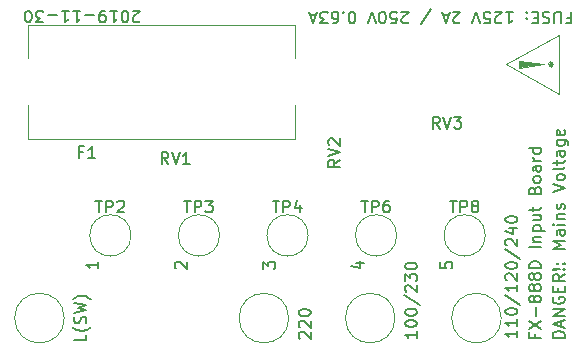
<source format=gto>
G04 #@! TF.GenerationSoftware,KiCad,Pcbnew,5.1.5-52549c5~84~ubuntu18.04.1*
G04 #@! TF.CreationDate,2020-01-16T13:38:08+00:00*
G04 #@! TF.ProjectId,012-fx888d-repair,3031322d-6678-4383-9838-642d72657061,1*
G04 #@! TF.SameCoordinates,Original*
G04 #@! TF.FileFunction,Legend,Top*
G04 #@! TF.FilePolarity,Positive*
%FSLAX46Y46*%
G04 Gerber Fmt 4.6, Leading zero omitted, Abs format (unit mm)*
G04 Created by KiCad (PCBNEW 5.1.5-52549c5~84~ubuntu18.04.1) date 2020-01-16 13:38:08*
%MOMM*%
%LPD*%
G04 APERTURE LIST*
%ADD10C,0.150000*%
%ADD11C,0.100000*%
%ADD12C,0.120000*%
G04 APERTURE END LIST*
D10*
X162477142Y-99877380D02*
X162429523Y-99925000D01*
X162334285Y-99972619D01*
X162096190Y-99972619D01*
X162000952Y-99925000D01*
X161953333Y-99877380D01*
X161905714Y-99782142D01*
X161905714Y-99686904D01*
X161953333Y-99544047D01*
X162524761Y-98972619D01*
X161905714Y-98972619D01*
X161286666Y-99972619D02*
X161191428Y-99972619D01*
X161096190Y-99925000D01*
X161048571Y-99877380D01*
X161000952Y-99782142D01*
X160953333Y-99591666D01*
X160953333Y-99353571D01*
X161000952Y-99163095D01*
X161048571Y-99067857D01*
X161096190Y-99020238D01*
X161191428Y-98972619D01*
X161286666Y-98972619D01*
X161381904Y-99020238D01*
X161429523Y-99067857D01*
X161477142Y-99163095D01*
X161524761Y-99353571D01*
X161524761Y-99591666D01*
X161477142Y-99782142D01*
X161429523Y-99877380D01*
X161381904Y-99925000D01*
X161286666Y-99972619D01*
X160000952Y-98972619D02*
X160572380Y-98972619D01*
X160286666Y-98972619D02*
X160286666Y-99972619D01*
X160381904Y-99829761D01*
X160477142Y-99734523D01*
X160572380Y-99686904D01*
X159524761Y-98972619D02*
X159334285Y-98972619D01*
X159239047Y-99020238D01*
X159191428Y-99067857D01*
X159096190Y-99210714D01*
X159048571Y-99401190D01*
X159048571Y-99782142D01*
X159096190Y-99877380D01*
X159143809Y-99925000D01*
X159239047Y-99972619D01*
X159429523Y-99972619D01*
X159524761Y-99925000D01*
X159572380Y-99877380D01*
X159620000Y-99782142D01*
X159620000Y-99544047D01*
X159572380Y-99448809D01*
X159524761Y-99401190D01*
X159429523Y-99353571D01*
X159239047Y-99353571D01*
X159143809Y-99401190D01*
X159096190Y-99448809D01*
X159048571Y-99544047D01*
X158620000Y-99353571D02*
X157858095Y-99353571D01*
X156858095Y-98972619D02*
X157429523Y-98972619D01*
X157143809Y-98972619D02*
X157143809Y-99972619D01*
X157239047Y-99829761D01*
X157334285Y-99734523D01*
X157429523Y-99686904D01*
X155905714Y-98972619D02*
X156477142Y-98972619D01*
X156191428Y-98972619D02*
X156191428Y-99972619D01*
X156286666Y-99829761D01*
X156381904Y-99734523D01*
X156477142Y-99686904D01*
X155477142Y-99353571D02*
X154715238Y-99353571D01*
X154334285Y-99972619D02*
X153715238Y-99972619D01*
X154048571Y-99591666D01*
X153905714Y-99591666D01*
X153810476Y-99544047D01*
X153762857Y-99496428D01*
X153715238Y-99401190D01*
X153715238Y-99163095D01*
X153762857Y-99067857D01*
X153810476Y-99020238D01*
X153905714Y-98972619D01*
X154191428Y-98972619D01*
X154286666Y-99020238D01*
X154334285Y-99067857D01*
X153096190Y-99972619D02*
X153000952Y-99972619D01*
X152905714Y-99925000D01*
X152858095Y-99877380D01*
X152810476Y-99782142D01*
X152762857Y-99591666D01*
X152762857Y-99353571D01*
X152810476Y-99163095D01*
X152858095Y-99067857D01*
X152905714Y-99020238D01*
X153000952Y-98972619D01*
X153096190Y-98972619D01*
X153191428Y-99020238D01*
X153239047Y-99067857D01*
X153286666Y-99163095D01*
X153334285Y-99353571D01*
X153334285Y-99591666D01*
X153286666Y-99782142D01*
X153239047Y-99877380D01*
X153191428Y-99925000D01*
X153096190Y-99972619D01*
X195928571Y-126331071D02*
X195928571Y-126664404D01*
X196452380Y-126664404D02*
X195452380Y-126664404D01*
X195452380Y-126188214D01*
X195452380Y-125902500D02*
X196452380Y-125235833D01*
X195452380Y-125235833D02*
X196452380Y-125902500D01*
X196071428Y-124854880D02*
X196071428Y-124092976D01*
X195880952Y-123473928D02*
X195833333Y-123569166D01*
X195785714Y-123616785D01*
X195690476Y-123664404D01*
X195642857Y-123664404D01*
X195547619Y-123616785D01*
X195500000Y-123569166D01*
X195452380Y-123473928D01*
X195452380Y-123283452D01*
X195500000Y-123188214D01*
X195547619Y-123140595D01*
X195642857Y-123092976D01*
X195690476Y-123092976D01*
X195785714Y-123140595D01*
X195833333Y-123188214D01*
X195880952Y-123283452D01*
X195880952Y-123473928D01*
X195928571Y-123569166D01*
X195976190Y-123616785D01*
X196071428Y-123664404D01*
X196261904Y-123664404D01*
X196357142Y-123616785D01*
X196404761Y-123569166D01*
X196452380Y-123473928D01*
X196452380Y-123283452D01*
X196404761Y-123188214D01*
X196357142Y-123140595D01*
X196261904Y-123092976D01*
X196071428Y-123092976D01*
X195976190Y-123140595D01*
X195928571Y-123188214D01*
X195880952Y-123283452D01*
X195880952Y-122521547D02*
X195833333Y-122616785D01*
X195785714Y-122664404D01*
X195690476Y-122712023D01*
X195642857Y-122712023D01*
X195547619Y-122664404D01*
X195500000Y-122616785D01*
X195452380Y-122521547D01*
X195452380Y-122331071D01*
X195500000Y-122235833D01*
X195547619Y-122188214D01*
X195642857Y-122140595D01*
X195690476Y-122140595D01*
X195785714Y-122188214D01*
X195833333Y-122235833D01*
X195880952Y-122331071D01*
X195880952Y-122521547D01*
X195928571Y-122616785D01*
X195976190Y-122664404D01*
X196071428Y-122712023D01*
X196261904Y-122712023D01*
X196357142Y-122664404D01*
X196404761Y-122616785D01*
X196452380Y-122521547D01*
X196452380Y-122331071D01*
X196404761Y-122235833D01*
X196357142Y-122188214D01*
X196261904Y-122140595D01*
X196071428Y-122140595D01*
X195976190Y-122188214D01*
X195928571Y-122235833D01*
X195880952Y-122331071D01*
X195880952Y-121569166D02*
X195833333Y-121664404D01*
X195785714Y-121712023D01*
X195690476Y-121759642D01*
X195642857Y-121759642D01*
X195547619Y-121712023D01*
X195500000Y-121664404D01*
X195452380Y-121569166D01*
X195452380Y-121378690D01*
X195500000Y-121283452D01*
X195547619Y-121235833D01*
X195642857Y-121188214D01*
X195690476Y-121188214D01*
X195785714Y-121235833D01*
X195833333Y-121283452D01*
X195880952Y-121378690D01*
X195880952Y-121569166D01*
X195928571Y-121664404D01*
X195976190Y-121712023D01*
X196071428Y-121759642D01*
X196261904Y-121759642D01*
X196357142Y-121712023D01*
X196404761Y-121664404D01*
X196452380Y-121569166D01*
X196452380Y-121378690D01*
X196404761Y-121283452D01*
X196357142Y-121235833D01*
X196261904Y-121188214D01*
X196071428Y-121188214D01*
X195976190Y-121235833D01*
X195928571Y-121283452D01*
X195880952Y-121378690D01*
X196452380Y-120759642D02*
X195452380Y-120759642D01*
X195452380Y-120521547D01*
X195500000Y-120378690D01*
X195595238Y-120283452D01*
X195690476Y-120235833D01*
X195880952Y-120188214D01*
X196023809Y-120188214D01*
X196214285Y-120235833D01*
X196309523Y-120283452D01*
X196404761Y-120378690D01*
X196452380Y-120521547D01*
X196452380Y-120759642D01*
X196452380Y-118997738D02*
X195452380Y-118997738D01*
X195785714Y-118521547D02*
X196452380Y-118521547D01*
X195880952Y-118521547D02*
X195833333Y-118473928D01*
X195785714Y-118378690D01*
X195785714Y-118235833D01*
X195833333Y-118140595D01*
X195928571Y-118092976D01*
X196452380Y-118092976D01*
X195785714Y-117616785D02*
X196785714Y-117616785D01*
X195833333Y-117616785D02*
X195785714Y-117521547D01*
X195785714Y-117331071D01*
X195833333Y-117235833D01*
X195880952Y-117188214D01*
X195976190Y-117140595D01*
X196261904Y-117140595D01*
X196357142Y-117188214D01*
X196404761Y-117235833D01*
X196452380Y-117331071D01*
X196452380Y-117521547D01*
X196404761Y-117616785D01*
X195785714Y-116283452D02*
X196452380Y-116283452D01*
X195785714Y-116712023D02*
X196309523Y-116712023D01*
X196404761Y-116664404D01*
X196452380Y-116569166D01*
X196452380Y-116426309D01*
X196404761Y-116331071D01*
X196357142Y-116283452D01*
X195785714Y-115950119D02*
X195785714Y-115569166D01*
X195452380Y-115807261D02*
X196309523Y-115807261D01*
X196404761Y-115759642D01*
X196452380Y-115664404D01*
X196452380Y-115569166D01*
X195928571Y-114140595D02*
X195976190Y-113997738D01*
X196023809Y-113950119D01*
X196119047Y-113902500D01*
X196261904Y-113902500D01*
X196357142Y-113950119D01*
X196404761Y-113997738D01*
X196452380Y-114092976D01*
X196452380Y-114473928D01*
X195452380Y-114473928D01*
X195452380Y-114140595D01*
X195500000Y-114045357D01*
X195547619Y-113997738D01*
X195642857Y-113950119D01*
X195738095Y-113950119D01*
X195833333Y-113997738D01*
X195880952Y-114045357D01*
X195928571Y-114140595D01*
X195928571Y-114473928D01*
X196452380Y-113331071D02*
X196404761Y-113426309D01*
X196357142Y-113473928D01*
X196261904Y-113521547D01*
X195976190Y-113521547D01*
X195880952Y-113473928D01*
X195833333Y-113426309D01*
X195785714Y-113331071D01*
X195785714Y-113188214D01*
X195833333Y-113092976D01*
X195880952Y-113045357D01*
X195976190Y-112997738D01*
X196261904Y-112997738D01*
X196357142Y-113045357D01*
X196404761Y-113092976D01*
X196452380Y-113188214D01*
X196452380Y-113331071D01*
X196452380Y-112140595D02*
X195928571Y-112140595D01*
X195833333Y-112188214D01*
X195785714Y-112283452D01*
X195785714Y-112473928D01*
X195833333Y-112569166D01*
X196404761Y-112140595D02*
X196452380Y-112235833D01*
X196452380Y-112473928D01*
X196404761Y-112569166D01*
X196309523Y-112616785D01*
X196214285Y-112616785D01*
X196119047Y-112569166D01*
X196071428Y-112473928D01*
X196071428Y-112235833D01*
X196023809Y-112140595D01*
X196452380Y-111664404D02*
X195785714Y-111664404D01*
X195976190Y-111664404D02*
X195880952Y-111616785D01*
X195833333Y-111569166D01*
X195785714Y-111473928D01*
X195785714Y-111378690D01*
X196452380Y-110616785D02*
X195452380Y-110616785D01*
X196404761Y-110616785D02*
X196452380Y-110712023D01*
X196452380Y-110902500D01*
X196404761Y-110997738D01*
X196357142Y-111045357D01*
X196261904Y-111092976D01*
X195976190Y-111092976D01*
X195880952Y-111045357D01*
X195833333Y-110997738D01*
X195785714Y-110902500D01*
X195785714Y-110712023D01*
X195833333Y-110616785D01*
D11*
G36*
X197500000Y-103500000D02*
G01*
X197300000Y-103700000D01*
X197100000Y-103500000D01*
X197300000Y-103300000D01*
X197500000Y-103500000D01*
G37*
X197500000Y-103500000D02*
X197300000Y-103700000D01*
X197100000Y-103500000D01*
X197300000Y-103300000D01*
X197500000Y-103500000D01*
G36*
X196700000Y-103500000D02*
G01*
X194600000Y-103800000D01*
X194600000Y-103200000D01*
X196700000Y-103500000D01*
G37*
X196700000Y-103500000D02*
X194600000Y-103800000D01*
X194600000Y-103200000D01*
X196700000Y-103500000D01*
D12*
X194600000Y-103200000D02*
X196700000Y-103500000D01*
X194600000Y-103800000D02*
X194600000Y-103200000D01*
X196700000Y-103500000D02*
X194600000Y-103800000D01*
X197500000Y-103500000D02*
G75*
G03X197500000Y-103500000I-200000J0D01*
G01*
X193500000Y-103500000D02*
X198000000Y-106000000D01*
X198000000Y-101000000D02*
X193500000Y-103500000D01*
X198000000Y-106000000D02*
X198000000Y-101000000D01*
D10*
X198452380Y-126664404D02*
X197452380Y-126664404D01*
X197452380Y-126426309D01*
X197500000Y-126283452D01*
X197595238Y-126188214D01*
X197690476Y-126140595D01*
X197880952Y-126092976D01*
X198023809Y-126092976D01*
X198214285Y-126140595D01*
X198309523Y-126188214D01*
X198404761Y-126283452D01*
X198452380Y-126426309D01*
X198452380Y-126664404D01*
X198166666Y-125712023D02*
X198166666Y-125235833D01*
X198452380Y-125807261D02*
X197452380Y-125473928D01*
X198452380Y-125140595D01*
X198452380Y-124807261D02*
X197452380Y-124807261D01*
X198452380Y-124235833D01*
X197452380Y-124235833D01*
X197500000Y-123235833D02*
X197452380Y-123331071D01*
X197452380Y-123473928D01*
X197500000Y-123616785D01*
X197595238Y-123712023D01*
X197690476Y-123759642D01*
X197880952Y-123807261D01*
X198023809Y-123807261D01*
X198214285Y-123759642D01*
X198309523Y-123712023D01*
X198404761Y-123616785D01*
X198452380Y-123473928D01*
X198452380Y-123378690D01*
X198404761Y-123235833D01*
X198357142Y-123188214D01*
X198023809Y-123188214D01*
X198023809Y-123378690D01*
X197928571Y-122759642D02*
X197928571Y-122426309D01*
X198452380Y-122283452D02*
X198452380Y-122759642D01*
X197452380Y-122759642D01*
X197452380Y-122283452D01*
X198452380Y-121283452D02*
X197976190Y-121616785D01*
X198452380Y-121854880D02*
X197452380Y-121854880D01*
X197452380Y-121473928D01*
X197500000Y-121378690D01*
X197547619Y-121331071D01*
X197642857Y-121283452D01*
X197785714Y-121283452D01*
X197880952Y-121331071D01*
X197928571Y-121378690D01*
X197976190Y-121473928D01*
X197976190Y-121854880D01*
X198357142Y-120854880D02*
X198404761Y-120807261D01*
X198452380Y-120854880D01*
X198404761Y-120902500D01*
X198357142Y-120854880D01*
X198452380Y-120854880D01*
X198071428Y-120854880D02*
X197500000Y-120902500D01*
X197452380Y-120854880D01*
X197500000Y-120807261D01*
X198071428Y-120854880D01*
X197452380Y-120854880D01*
X198357142Y-120378690D02*
X198404761Y-120331071D01*
X198452380Y-120378690D01*
X198404761Y-120426309D01*
X198357142Y-120378690D01*
X198452380Y-120378690D01*
X197833333Y-120378690D02*
X197880952Y-120331071D01*
X197928571Y-120378690D01*
X197880952Y-120426309D01*
X197833333Y-120378690D01*
X197928571Y-120378690D01*
X198452380Y-119140595D02*
X197452380Y-119140595D01*
X198166666Y-118807261D01*
X197452380Y-118473928D01*
X198452380Y-118473928D01*
X198452380Y-117569166D02*
X197928571Y-117569166D01*
X197833333Y-117616785D01*
X197785714Y-117712023D01*
X197785714Y-117902500D01*
X197833333Y-117997738D01*
X198404761Y-117569166D02*
X198452380Y-117664404D01*
X198452380Y-117902500D01*
X198404761Y-117997738D01*
X198309523Y-118045357D01*
X198214285Y-118045357D01*
X198119047Y-117997738D01*
X198071428Y-117902500D01*
X198071428Y-117664404D01*
X198023809Y-117569166D01*
X198452380Y-117092976D02*
X197785714Y-117092976D01*
X197452380Y-117092976D02*
X197500000Y-117140595D01*
X197547619Y-117092976D01*
X197500000Y-117045357D01*
X197452380Y-117092976D01*
X197547619Y-117092976D01*
X197785714Y-116616785D02*
X198452380Y-116616785D01*
X197880952Y-116616785D02*
X197833333Y-116569166D01*
X197785714Y-116473928D01*
X197785714Y-116331071D01*
X197833333Y-116235833D01*
X197928571Y-116188214D01*
X198452380Y-116188214D01*
X198404761Y-115759642D02*
X198452380Y-115664404D01*
X198452380Y-115473928D01*
X198404761Y-115378690D01*
X198309523Y-115331071D01*
X198261904Y-115331071D01*
X198166666Y-115378690D01*
X198119047Y-115473928D01*
X198119047Y-115616785D01*
X198071428Y-115712023D01*
X197976190Y-115759642D01*
X197928571Y-115759642D01*
X197833333Y-115712023D01*
X197785714Y-115616785D01*
X197785714Y-115473928D01*
X197833333Y-115378690D01*
X197452380Y-114283452D02*
X198452380Y-113950119D01*
X197452380Y-113616785D01*
X198452380Y-113140595D02*
X198404761Y-113235833D01*
X198357142Y-113283452D01*
X198261904Y-113331071D01*
X197976190Y-113331071D01*
X197880952Y-113283452D01*
X197833333Y-113235833D01*
X197785714Y-113140595D01*
X197785714Y-112997738D01*
X197833333Y-112902500D01*
X197880952Y-112854880D01*
X197976190Y-112807261D01*
X198261904Y-112807261D01*
X198357142Y-112854880D01*
X198404761Y-112902500D01*
X198452380Y-112997738D01*
X198452380Y-113140595D01*
X198452380Y-112235833D02*
X198404761Y-112331071D01*
X198309523Y-112378690D01*
X197452380Y-112378690D01*
X197785714Y-111997738D02*
X197785714Y-111616785D01*
X197452380Y-111854880D02*
X198309523Y-111854880D01*
X198404761Y-111807261D01*
X198452380Y-111712023D01*
X198452380Y-111616785D01*
X198452380Y-110854880D02*
X197928571Y-110854880D01*
X197833333Y-110902500D01*
X197785714Y-110997738D01*
X197785714Y-111188214D01*
X197833333Y-111283452D01*
X198404761Y-110854880D02*
X198452380Y-110950119D01*
X198452380Y-111188214D01*
X198404761Y-111283452D01*
X198309523Y-111331071D01*
X198214285Y-111331071D01*
X198119047Y-111283452D01*
X198071428Y-111188214D01*
X198071428Y-110950119D01*
X198023809Y-110854880D01*
X197785714Y-109950119D02*
X198595238Y-109950119D01*
X198690476Y-109997738D01*
X198738095Y-110045357D01*
X198785714Y-110140595D01*
X198785714Y-110283452D01*
X198738095Y-110378690D01*
X198404761Y-109950119D02*
X198452380Y-110045357D01*
X198452380Y-110235833D01*
X198404761Y-110331071D01*
X198357142Y-110378690D01*
X198261904Y-110426309D01*
X197976190Y-110426309D01*
X197880952Y-110378690D01*
X197833333Y-110331071D01*
X197785714Y-110235833D01*
X197785714Y-110045357D01*
X197833333Y-109950119D01*
X198404761Y-109092976D02*
X198452380Y-109188214D01*
X198452380Y-109378690D01*
X198404761Y-109473928D01*
X198309523Y-109521547D01*
X197928571Y-109521547D01*
X197833333Y-109473928D01*
X197785714Y-109378690D01*
X197785714Y-109188214D01*
X197833333Y-109092976D01*
X197928571Y-109045357D01*
X198023809Y-109045357D01*
X198119047Y-109521547D01*
X198690476Y-99571428D02*
X199023809Y-99571428D01*
X199023809Y-99047619D02*
X199023809Y-100047619D01*
X198547619Y-100047619D01*
X198166666Y-100047619D02*
X198166666Y-99238095D01*
X198119047Y-99142857D01*
X198071428Y-99095238D01*
X197976190Y-99047619D01*
X197785714Y-99047619D01*
X197690476Y-99095238D01*
X197642857Y-99142857D01*
X197595238Y-99238095D01*
X197595238Y-100047619D01*
X197166666Y-99095238D02*
X197023809Y-99047619D01*
X196785714Y-99047619D01*
X196690476Y-99095238D01*
X196642857Y-99142857D01*
X196595238Y-99238095D01*
X196595238Y-99333333D01*
X196642857Y-99428571D01*
X196690476Y-99476190D01*
X196785714Y-99523809D01*
X196976190Y-99571428D01*
X197071428Y-99619047D01*
X197119047Y-99666666D01*
X197166666Y-99761904D01*
X197166666Y-99857142D01*
X197119047Y-99952380D01*
X197071428Y-100000000D01*
X196976190Y-100047619D01*
X196738095Y-100047619D01*
X196595238Y-100000000D01*
X196166666Y-99571428D02*
X195833333Y-99571428D01*
X195690476Y-99047619D02*
X196166666Y-99047619D01*
X196166666Y-100047619D01*
X195690476Y-100047619D01*
X195261904Y-99142857D02*
X195214285Y-99095238D01*
X195261904Y-99047619D01*
X195309523Y-99095238D01*
X195261904Y-99142857D01*
X195261904Y-99047619D01*
X195261904Y-99666666D02*
X195214285Y-99619047D01*
X195261904Y-99571428D01*
X195309523Y-99619047D01*
X195261904Y-99666666D01*
X195261904Y-99571428D01*
X193500000Y-99047619D02*
X194071428Y-99047619D01*
X193785714Y-99047619D02*
X193785714Y-100047619D01*
X193880952Y-99904761D01*
X193976190Y-99809523D01*
X194071428Y-99761904D01*
X193119047Y-99952380D02*
X193071428Y-100000000D01*
X192976190Y-100047619D01*
X192738095Y-100047619D01*
X192642857Y-100000000D01*
X192595238Y-99952380D01*
X192547619Y-99857142D01*
X192547619Y-99761904D01*
X192595238Y-99619047D01*
X193166666Y-99047619D01*
X192547619Y-99047619D01*
X191642857Y-100047619D02*
X192119047Y-100047619D01*
X192166666Y-99571428D01*
X192119047Y-99619047D01*
X192023809Y-99666666D01*
X191785714Y-99666666D01*
X191690476Y-99619047D01*
X191642857Y-99571428D01*
X191595238Y-99476190D01*
X191595238Y-99238095D01*
X191642857Y-99142857D01*
X191690476Y-99095238D01*
X191785714Y-99047619D01*
X192023809Y-99047619D01*
X192119047Y-99095238D01*
X192166666Y-99142857D01*
X191309523Y-100047619D02*
X190976190Y-99047619D01*
X190642857Y-100047619D01*
X189595238Y-99952380D02*
X189547619Y-100000000D01*
X189452380Y-100047619D01*
X189214285Y-100047619D01*
X189119047Y-100000000D01*
X189071428Y-99952380D01*
X189023809Y-99857142D01*
X189023809Y-99761904D01*
X189071428Y-99619047D01*
X189642857Y-99047619D01*
X189023809Y-99047619D01*
X188642857Y-99333333D02*
X188166666Y-99333333D01*
X188738095Y-99047619D02*
X188404761Y-100047619D01*
X188071428Y-99047619D01*
X186261904Y-100095238D02*
X187119047Y-98809523D01*
X185214285Y-99952380D02*
X185166666Y-100000000D01*
X185071428Y-100047619D01*
X184833333Y-100047619D01*
X184738095Y-100000000D01*
X184690476Y-99952380D01*
X184642857Y-99857142D01*
X184642857Y-99761904D01*
X184690476Y-99619047D01*
X185261904Y-99047619D01*
X184642857Y-99047619D01*
X183738095Y-100047619D02*
X184214285Y-100047619D01*
X184261904Y-99571428D01*
X184214285Y-99619047D01*
X184119047Y-99666666D01*
X183880952Y-99666666D01*
X183785714Y-99619047D01*
X183738095Y-99571428D01*
X183690476Y-99476190D01*
X183690476Y-99238095D01*
X183738095Y-99142857D01*
X183785714Y-99095238D01*
X183880952Y-99047619D01*
X184119047Y-99047619D01*
X184214285Y-99095238D01*
X184261904Y-99142857D01*
X183071428Y-100047619D02*
X182976190Y-100047619D01*
X182880952Y-100000000D01*
X182833333Y-99952380D01*
X182785714Y-99857142D01*
X182738095Y-99666666D01*
X182738095Y-99428571D01*
X182785714Y-99238095D01*
X182833333Y-99142857D01*
X182880952Y-99095238D01*
X182976190Y-99047619D01*
X183071428Y-99047619D01*
X183166666Y-99095238D01*
X183214285Y-99142857D01*
X183261904Y-99238095D01*
X183309523Y-99428571D01*
X183309523Y-99666666D01*
X183261904Y-99857142D01*
X183214285Y-99952380D01*
X183166666Y-100000000D01*
X183071428Y-100047619D01*
X182452380Y-100047619D02*
X182119047Y-99047619D01*
X181785714Y-100047619D01*
X180500000Y-100047619D02*
X180404761Y-100047619D01*
X180309523Y-100000000D01*
X180261904Y-99952380D01*
X180214285Y-99857142D01*
X180166666Y-99666666D01*
X180166666Y-99428571D01*
X180214285Y-99238095D01*
X180261904Y-99142857D01*
X180309523Y-99095238D01*
X180404761Y-99047619D01*
X180500000Y-99047619D01*
X180595238Y-99095238D01*
X180642857Y-99142857D01*
X180690476Y-99238095D01*
X180738095Y-99428571D01*
X180738095Y-99666666D01*
X180690476Y-99857142D01*
X180642857Y-99952380D01*
X180595238Y-100000000D01*
X180500000Y-100047619D01*
X179738095Y-99142857D02*
X179690476Y-99095238D01*
X179738095Y-99047619D01*
X179785714Y-99095238D01*
X179738095Y-99142857D01*
X179738095Y-99047619D01*
X178833333Y-100047619D02*
X179023809Y-100047619D01*
X179119047Y-100000000D01*
X179166666Y-99952380D01*
X179261904Y-99809523D01*
X179309523Y-99619047D01*
X179309523Y-99238095D01*
X179261904Y-99142857D01*
X179214285Y-99095238D01*
X179119047Y-99047619D01*
X178928571Y-99047619D01*
X178833333Y-99095238D01*
X178785714Y-99142857D01*
X178738095Y-99238095D01*
X178738095Y-99476190D01*
X178785714Y-99571428D01*
X178833333Y-99619047D01*
X178928571Y-99666666D01*
X179119047Y-99666666D01*
X179214285Y-99619047D01*
X179261904Y-99571428D01*
X179309523Y-99476190D01*
X178404761Y-100047619D02*
X177785714Y-100047619D01*
X178119047Y-99666666D01*
X177976190Y-99666666D01*
X177880952Y-99619047D01*
X177833333Y-99571428D01*
X177785714Y-99476190D01*
X177785714Y-99238095D01*
X177833333Y-99142857D01*
X177880952Y-99095238D01*
X177976190Y-99047619D01*
X178261904Y-99047619D01*
X178357142Y-99095238D01*
X178404761Y-99142857D01*
X177404761Y-99333333D02*
X176928571Y-99333333D01*
X177500000Y-99047619D02*
X177166666Y-100047619D01*
X176833333Y-99047619D01*
X187952380Y-120261904D02*
X187952380Y-120738095D01*
X188428571Y-120785714D01*
X188380952Y-120738095D01*
X188333333Y-120642857D01*
X188333333Y-120404761D01*
X188380952Y-120309523D01*
X188428571Y-120261904D01*
X188523809Y-120214285D01*
X188761904Y-120214285D01*
X188857142Y-120261904D01*
X188904761Y-120309523D01*
X188952380Y-120404761D01*
X188952380Y-120642857D01*
X188904761Y-120738095D01*
X188857142Y-120785714D01*
X180785714Y-120309523D02*
X181452380Y-120309523D01*
X180404761Y-120547619D02*
X181119047Y-120785714D01*
X181119047Y-120166666D01*
X172952380Y-120833333D02*
X172952380Y-120214285D01*
X173333333Y-120547619D01*
X173333333Y-120404761D01*
X173380952Y-120309523D01*
X173428571Y-120261904D01*
X173523809Y-120214285D01*
X173761904Y-120214285D01*
X173857142Y-120261904D01*
X173904761Y-120309523D01*
X173952380Y-120404761D01*
X173952380Y-120690476D01*
X173904761Y-120785714D01*
X173857142Y-120833333D01*
X165547619Y-120785714D02*
X165500000Y-120738095D01*
X165452380Y-120642857D01*
X165452380Y-120404761D01*
X165500000Y-120309523D01*
X165547619Y-120261904D01*
X165642857Y-120214285D01*
X165738095Y-120214285D01*
X165880952Y-120261904D01*
X166452380Y-120833333D01*
X166452380Y-120214285D01*
X158952380Y-120214285D02*
X158952380Y-120785714D01*
X158952380Y-120500000D02*
X157952380Y-120500000D01*
X158095238Y-120595238D01*
X158190476Y-120690476D01*
X158238095Y-120785714D01*
X157952380Y-126404761D02*
X157952380Y-126880952D01*
X156952380Y-126880952D01*
X158333333Y-125785714D02*
X158285714Y-125833333D01*
X158142857Y-125928571D01*
X158047619Y-125976190D01*
X157904761Y-126023809D01*
X157666666Y-126071428D01*
X157476190Y-126071428D01*
X157238095Y-126023809D01*
X157095238Y-125976190D01*
X157000000Y-125928571D01*
X156857142Y-125833333D01*
X156809523Y-125785714D01*
X157904761Y-125452380D02*
X157952380Y-125309523D01*
X157952380Y-125071428D01*
X157904761Y-124976190D01*
X157857142Y-124928571D01*
X157761904Y-124880952D01*
X157666666Y-124880952D01*
X157571428Y-124928571D01*
X157523809Y-124976190D01*
X157476190Y-125071428D01*
X157428571Y-125261904D01*
X157380952Y-125357142D01*
X157333333Y-125404761D01*
X157238095Y-125452380D01*
X157142857Y-125452380D01*
X157047619Y-125404761D01*
X157000000Y-125357142D01*
X156952380Y-125261904D01*
X156952380Y-125023809D01*
X157000000Y-124880952D01*
X156952380Y-124547619D02*
X157952380Y-124309523D01*
X157238095Y-124119047D01*
X157952380Y-123928571D01*
X156952380Y-123690476D01*
X158333333Y-123404761D02*
X158285714Y-123357142D01*
X158142857Y-123261904D01*
X158047619Y-123214285D01*
X157904761Y-123166666D01*
X157666666Y-123119047D01*
X157476190Y-123119047D01*
X157238095Y-123166666D01*
X157095238Y-123214285D01*
X157000000Y-123261904D01*
X156857142Y-123357142D01*
X156809523Y-123404761D01*
X176047619Y-126738095D02*
X176000000Y-126690476D01*
X175952380Y-126595238D01*
X175952380Y-126357142D01*
X176000000Y-126261904D01*
X176047619Y-126214285D01*
X176142857Y-126166666D01*
X176238095Y-126166666D01*
X176380952Y-126214285D01*
X176952380Y-126785714D01*
X176952380Y-126166666D01*
X176047619Y-125785714D02*
X176000000Y-125738095D01*
X175952380Y-125642857D01*
X175952380Y-125404761D01*
X176000000Y-125309523D01*
X176047619Y-125261904D01*
X176142857Y-125214285D01*
X176238095Y-125214285D01*
X176380952Y-125261904D01*
X176952380Y-125833333D01*
X176952380Y-125214285D01*
X175952380Y-124595238D02*
X175952380Y-124500000D01*
X176000000Y-124404761D01*
X176047619Y-124357142D01*
X176142857Y-124309523D01*
X176333333Y-124261904D01*
X176571428Y-124261904D01*
X176761904Y-124309523D01*
X176857142Y-124357142D01*
X176904761Y-124404761D01*
X176952380Y-124500000D01*
X176952380Y-124595238D01*
X176904761Y-124690476D01*
X176857142Y-124738095D01*
X176761904Y-124785714D01*
X176571428Y-124833333D01*
X176333333Y-124833333D01*
X176142857Y-124785714D01*
X176047619Y-124738095D01*
X176000000Y-124690476D01*
X175952380Y-124595238D01*
X185952380Y-126119047D02*
X185952380Y-126690476D01*
X185952380Y-126404761D02*
X184952380Y-126404761D01*
X185095238Y-126500000D01*
X185190476Y-126595238D01*
X185238095Y-126690476D01*
X184952380Y-125500000D02*
X184952380Y-125404761D01*
X185000000Y-125309523D01*
X185047619Y-125261904D01*
X185142857Y-125214285D01*
X185333333Y-125166666D01*
X185571428Y-125166666D01*
X185761904Y-125214285D01*
X185857142Y-125261904D01*
X185904761Y-125309523D01*
X185952380Y-125404761D01*
X185952380Y-125500000D01*
X185904761Y-125595238D01*
X185857142Y-125642857D01*
X185761904Y-125690476D01*
X185571428Y-125738095D01*
X185333333Y-125738095D01*
X185142857Y-125690476D01*
X185047619Y-125642857D01*
X185000000Y-125595238D01*
X184952380Y-125500000D01*
X184952380Y-124547619D02*
X184952380Y-124452380D01*
X185000000Y-124357142D01*
X185047619Y-124309523D01*
X185142857Y-124261904D01*
X185333333Y-124214285D01*
X185571428Y-124214285D01*
X185761904Y-124261904D01*
X185857142Y-124309523D01*
X185904761Y-124357142D01*
X185952380Y-124452380D01*
X185952380Y-124547619D01*
X185904761Y-124642857D01*
X185857142Y-124690476D01*
X185761904Y-124738095D01*
X185571428Y-124785714D01*
X185333333Y-124785714D01*
X185142857Y-124738095D01*
X185047619Y-124690476D01*
X185000000Y-124642857D01*
X184952380Y-124547619D01*
X184904761Y-123071428D02*
X186190476Y-123928571D01*
X185047619Y-122785714D02*
X185000000Y-122738095D01*
X184952380Y-122642857D01*
X184952380Y-122404761D01*
X185000000Y-122309523D01*
X185047619Y-122261904D01*
X185142857Y-122214285D01*
X185238095Y-122214285D01*
X185380952Y-122261904D01*
X185952380Y-122833333D01*
X185952380Y-122214285D01*
X184952380Y-121880952D02*
X184952380Y-121261904D01*
X185333333Y-121595238D01*
X185333333Y-121452380D01*
X185380952Y-121357142D01*
X185428571Y-121309523D01*
X185523809Y-121261904D01*
X185761904Y-121261904D01*
X185857142Y-121309523D01*
X185904761Y-121357142D01*
X185952380Y-121452380D01*
X185952380Y-121738095D01*
X185904761Y-121833333D01*
X185857142Y-121880952D01*
X184952380Y-120642857D02*
X184952380Y-120547619D01*
X185000000Y-120452380D01*
X185047619Y-120404761D01*
X185142857Y-120357142D01*
X185333333Y-120309523D01*
X185571428Y-120309523D01*
X185761904Y-120357142D01*
X185857142Y-120404761D01*
X185904761Y-120452380D01*
X185952380Y-120547619D01*
X185952380Y-120642857D01*
X185904761Y-120738095D01*
X185857142Y-120785714D01*
X185761904Y-120833333D01*
X185571428Y-120880952D01*
X185333333Y-120880952D01*
X185142857Y-120833333D01*
X185047619Y-120785714D01*
X185000000Y-120738095D01*
X184952380Y-120642857D01*
X194452380Y-126071428D02*
X194452380Y-126642857D01*
X194452380Y-126357142D02*
X193452380Y-126357142D01*
X193595238Y-126452380D01*
X193690476Y-126547619D01*
X193738095Y-126642857D01*
X194452380Y-125119047D02*
X194452380Y-125690476D01*
X194452380Y-125404761D02*
X193452380Y-125404761D01*
X193595238Y-125500000D01*
X193690476Y-125595238D01*
X193738095Y-125690476D01*
X193452380Y-124500000D02*
X193452380Y-124404761D01*
X193500000Y-124309523D01*
X193547619Y-124261904D01*
X193642857Y-124214285D01*
X193833333Y-124166666D01*
X194071428Y-124166666D01*
X194261904Y-124214285D01*
X194357142Y-124261904D01*
X194404761Y-124309523D01*
X194452380Y-124404761D01*
X194452380Y-124500000D01*
X194404761Y-124595238D01*
X194357142Y-124642857D01*
X194261904Y-124690476D01*
X194071428Y-124738095D01*
X193833333Y-124738095D01*
X193642857Y-124690476D01*
X193547619Y-124642857D01*
X193500000Y-124595238D01*
X193452380Y-124500000D01*
X193404761Y-123023809D02*
X194690476Y-123880952D01*
X194452380Y-122166666D02*
X194452380Y-122738095D01*
X194452380Y-122452380D02*
X193452380Y-122452380D01*
X193595238Y-122547619D01*
X193690476Y-122642857D01*
X193738095Y-122738095D01*
X193547619Y-121785714D02*
X193500000Y-121738095D01*
X193452380Y-121642857D01*
X193452380Y-121404761D01*
X193500000Y-121309523D01*
X193547619Y-121261904D01*
X193642857Y-121214285D01*
X193738095Y-121214285D01*
X193880952Y-121261904D01*
X194452380Y-121833333D01*
X194452380Y-121214285D01*
X193452380Y-120595238D02*
X193452380Y-120500000D01*
X193500000Y-120404761D01*
X193547619Y-120357142D01*
X193642857Y-120309523D01*
X193833333Y-120261904D01*
X194071428Y-120261904D01*
X194261904Y-120309523D01*
X194357142Y-120357142D01*
X194404761Y-120404761D01*
X194452380Y-120500000D01*
X194452380Y-120595238D01*
X194404761Y-120690476D01*
X194357142Y-120738095D01*
X194261904Y-120785714D01*
X194071428Y-120833333D01*
X193833333Y-120833333D01*
X193642857Y-120785714D01*
X193547619Y-120738095D01*
X193500000Y-120690476D01*
X193452380Y-120595238D01*
X193404761Y-119119047D02*
X194690476Y-119976190D01*
X193547619Y-118833333D02*
X193500000Y-118785714D01*
X193452380Y-118690476D01*
X193452380Y-118452380D01*
X193500000Y-118357142D01*
X193547619Y-118309523D01*
X193642857Y-118261904D01*
X193738095Y-118261904D01*
X193880952Y-118309523D01*
X194452380Y-118880952D01*
X194452380Y-118261904D01*
X193785714Y-117404761D02*
X194452380Y-117404761D01*
X193404761Y-117642857D02*
X194119047Y-117880952D01*
X194119047Y-117261904D01*
X193452380Y-116690476D02*
X193452380Y-116595238D01*
X193500000Y-116500000D01*
X193547619Y-116452380D01*
X193642857Y-116404761D01*
X193833333Y-116357142D01*
X194071428Y-116357142D01*
X194261904Y-116404761D01*
X194357142Y-116452380D01*
X194404761Y-116500000D01*
X194452380Y-116595238D01*
X194452380Y-116690476D01*
X194404761Y-116785714D01*
X194357142Y-116833333D01*
X194261904Y-116880952D01*
X194071428Y-116928571D01*
X193833333Y-116928571D01*
X193642857Y-116880952D01*
X193547619Y-116833333D01*
X193500000Y-116785714D01*
X193452380Y-116690476D01*
D12*
X156100000Y-125000000D02*
G75*
G03X156100000Y-125000000I-2100000J0D01*
G01*
X175100000Y-125000000D02*
G75*
G03X175100000Y-125000000I-2100000J0D01*
G01*
X184100000Y-125000000D02*
G75*
G03X184100000Y-125000000I-2100000J0D01*
G01*
X193100000Y-125000000D02*
G75*
G03X193100000Y-125000000I-2100000J0D01*
G01*
X175600000Y-100200000D02*
X175600000Y-103000000D01*
X175600000Y-100200000D02*
X153000000Y-100200000D01*
X175600000Y-109800000D02*
X153000000Y-109800000D01*
X175600000Y-107000000D02*
X175600000Y-109800000D01*
X153000000Y-107000000D02*
X153000000Y-109800000D01*
X153000000Y-100200000D02*
X153000000Y-103000000D01*
X161750000Y-118000000D02*
G75*
G03X161750000Y-118000000I-1750000J0D01*
G01*
X169250000Y-118000000D02*
G75*
G03X169250000Y-118000000I-1750000J0D01*
G01*
X176750000Y-118000000D02*
G75*
G03X176750000Y-118000000I-1750000J0D01*
G01*
X184250000Y-118000000D02*
G75*
G03X184250000Y-118000000I-1750000J0D01*
G01*
X191750000Y-118000000D02*
G75*
G03X191750000Y-118000000I-1750000J0D01*
G01*
D10*
X179452380Y-111595238D02*
X178976190Y-111928571D01*
X179452380Y-112166666D02*
X178452380Y-112166666D01*
X178452380Y-111785714D01*
X178500000Y-111690476D01*
X178547619Y-111642857D01*
X178642857Y-111595238D01*
X178785714Y-111595238D01*
X178880952Y-111642857D01*
X178928571Y-111690476D01*
X178976190Y-111785714D01*
X178976190Y-112166666D01*
X178452380Y-111309523D02*
X179452380Y-110976190D01*
X178452380Y-110642857D01*
X178547619Y-110357142D02*
X178500000Y-110309523D01*
X178452380Y-110214285D01*
X178452380Y-109976190D01*
X178500000Y-109880952D01*
X178547619Y-109833333D01*
X178642857Y-109785714D01*
X178738095Y-109785714D01*
X178880952Y-109833333D01*
X179452380Y-110404761D01*
X179452380Y-109785714D01*
X187904761Y-108952380D02*
X187571428Y-108476190D01*
X187333333Y-108952380D02*
X187333333Y-107952380D01*
X187714285Y-107952380D01*
X187809523Y-108000000D01*
X187857142Y-108047619D01*
X187904761Y-108142857D01*
X187904761Y-108285714D01*
X187857142Y-108380952D01*
X187809523Y-108428571D01*
X187714285Y-108476190D01*
X187333333Y-108476190D01*
X188190476Y-107952380D02*
X188523809Y-108952380D01*
X188857142Y-107952380D01*
X189095238Y-107952380D02*
X189714285Y-107952380D01*
X189380952Y-108333333D01*
X189523809Y-108333333D01*
X189619047Y-108380952D01*
X189666666Y-108428571D01*
X189714285Y-108523809D01*
X189714285Y-108761904D01*
X189666666Y-108857142D01*
X189619047Y-108904761D01*
X189523809Y-108952380D01*
X189238095Y-108952380D01*
X189142857Y-108904761D01*
X189095238Y-108857142D01*
X164904761Y-111952380D02*
X164571428Y-111476190D01*
X164333333Y-111952380D02*
X164333333Y-110952380D01*
X164714285Y-110952380D01*
X164809523Y-111000000D01*
X164857142Y-111047619D01*
X164904761Y-111142857D01*
X164904761Y-111285714D01*
X164857142Y-111380952D01*
X164809523Y-111428571D01*
X164714285Y-111476190D01*
X164333333Y-111476190D01*
X165190476Y-110952380D02*
X165523809Y-111952380D01*
X165857142Y-110952380D01*
X166714285Y-111952380D02*
X166142857Y-111952380D01*
X166428571Y-111952380D02*
X166428571Y-110952380D01*
X166333333Y-111095238D01*
X166238095Y-111190476D01*
X166142857Y-111238095D01*
X157666666Y-110928571D02*
X157333333Y-110928571D01*
X157333333Y-111452380D02*
X157333333Y-110452380D01*
X157809523Y-110452380D01*
X158714285Y-111452380D02*
X158142857Y-111452380D01*
X158428571Y-111452380D02*
X158428571Y-110452380D01*
X158333333Y-110595238D01*
X158238095Y-110690476D01*
X158142857Y-110738095D01*
X158738095Y-115054380D02*
X159309523Y-115054380D01*
X159023809Y-116054380D02*
X159023809Y-115054380D01*
X159642857Y-116054380D02*
X159642857Y-115054380D01*
X160023809Y-115054380D01*
X160119047Y-115102000D01*
X160166666Y-115149619D01*
X160214285Y-115244857D01*
X160214285Y-115387714D01*
X160166666Y-115482952D01*
X160119047Y-115530571D01*
X160023809Y-115578190D01*
X159642857Y-115578190D01*
X160595238Y-115149619D02*
X160642857Y-115102000D01*
X160738095Y-115054380D01*
X160976190Y-115054380D01*
X161071428Y-115102000D01*
X161119047Y-115149619D01*
X161166666Y-115244857D01*
X161166666Y-115340095D01*
X161119047Y-115482952D01*
X160547619Y-116054380D01*
X161166666Y-116054380D01*
X166238095Y-115054380D02*
X166809523Y-115054380D01*
X166523809Y-116054380D02*
X166523809Y-115054380D01*
X167142857Y-116054380D02*
X167142857Y-115054380D01*
X167523809Y-115054380D01*
X167619047Y-115102000D01*
X167666666Y-115149619D01*
X167714285Y-115244857D01*
X167714285Y-115387714D01*
X167666666Y-115482952D01*
X167619047Y-115530571D01*
X167523809Y-115578190D01*
X167142857Y-115578190D01*
X168047619Y-115054380D02*
X168666666Y-115054380D01*
X168333333Y-115435333D01*
X168476190Y-115435333D01*
X168571428Y-115482952D01*
X168619047Y-115530571D01*
X168666666Y-115625809D01*
X168666666Y-115863904D01*
X168619047Y-115959142D01*
X168571428Y-116006761D01*
X168476190Y-116054380D01*
X168190476Y-116054380D01*
X168095238Y-116006761D01*
X168047619Y-115959142D01*
X173738095Y-115054380D02*
X174309523Y-115054380D01*
X174023809Y-116054380D02*
X174023809Y-115054380D01*
X174642857Y-116054380D02*
X174642857Y-115054380D01*
X175023809Y-115054380D01*
X175119047Y-115102000D01*
X175166666Y-115149619D01*
X175214285Y-115244857D01*
X175214285Y-115387714D01*
X175166666Y-115482952D01*
X175119047Y-115530571D01*
X175023809Y-115578190D01*
X174642857Y-115578190D01*
X176071428Y-115387714D02*
X176071428Y-116054380D01*
X175833333Y-115006761D02*
X175595238Y-115721047D01*
X176214285Y-115721047D01*
X181238095Y-115054380D02*
X181809523Y-115054380D01*
X181523809Y-116054380D02*
X181523809Y-115054380D01*
X182142857Y-116054380D02*
X182142857Y-115054380D01*
X182523809Y-115054380D01*
X182619047Y-115102000D01*
X182666666Y-115149619D01*
X182714285Y-115244857D01*
X182714285Y-115387714D01*
X182666666Y-115482952D01*
X182619047Y-115530571D01*
X182523809Y-115578190D01*
X182142857Y-115578190D01*
X183571428Y-115054380D02*
X183380952Y-115054380D01*
X183285714Y-115102000D01*
X183238095Y-115149619D01*
X183142857Y-115292476D01*
X183095238Y-115482952D01*
X183095238Y-115863904D01*
X183142857Y-115959142D01*
X183190476Y-116006761D01*
X183285714Y-116054380D01*
X183476190Y-116054380D01*
X183571428Y-116006761D01*
X183619047Y-115959142D01*
X183666666Y-115863904D01*
X183666666Y-115625809D01*
X183619047Y-115530571D01*
X183571428Y-115482952D01*
X183476190Y-115435333D01*
X183285714Y-115435333D01*
X183190476Y-115482952D01*
X183142857Y-115530571D01*
X183095238Y-115625809D01*
X188738095Y-115054380D02*
X189309523Y-115054380D01*
X189023809Y-116054380D02*
X189023809Y-115054380D01*
X189642857Y-116054380D02*
X189642857Y-115054380D01*
X190023809Y-115054380D01*
X190119047Y-115102000D01*
X190166666Y-115149619D01*
X190214285Y-115244857D01*
X190214285Y-115387714D01*
X190166666Y-115482952D01*
X190119047Y-115530571D01*
X190023809Y-115578190D01*
X189642857Y-115578190D01*
X190785714Y-115482952D02*
X190690476Y-115435333D01*
X190642857Y-115387714D01*
X190595238Y-115292476D01*
X190595238Y-115244857D01*
X190642857Y-115149619D01*
X190690476Y-115102000D01*
X190785714Y-115054380D01*
X190976190Y-115054380D01*
X191071428Y-115102000D01*
X191119047Y-115149619D01*
X191166666Y-115244857D01*
X191166666Y-115292476D01*
X191119047Y-115387714D01*
X191071428Y-115435333D01*
X190976190Y-115482952D01*
X190785714Y-115482952D01*
X190690476Y-115530571D01*
X190642857Y-115578190D01*
X190595238Y-115673428D01*
X190595238Y-115863904D01*
X190642857Y-115959142D01*
X190690476Y-116006761D01*
X190785714Y-116054380D01*
X190976190Y-116054380D01*
X191071428Y-116006761D01*
X191119047Y-115959142D01*
X191166666Y-115863904D01*
X191166666Y-115673428D01*
X191119047Y-115578190D01*
X191071428Y-115530571D01*
X190976190Y-115482952D01*
M02*

</source>
